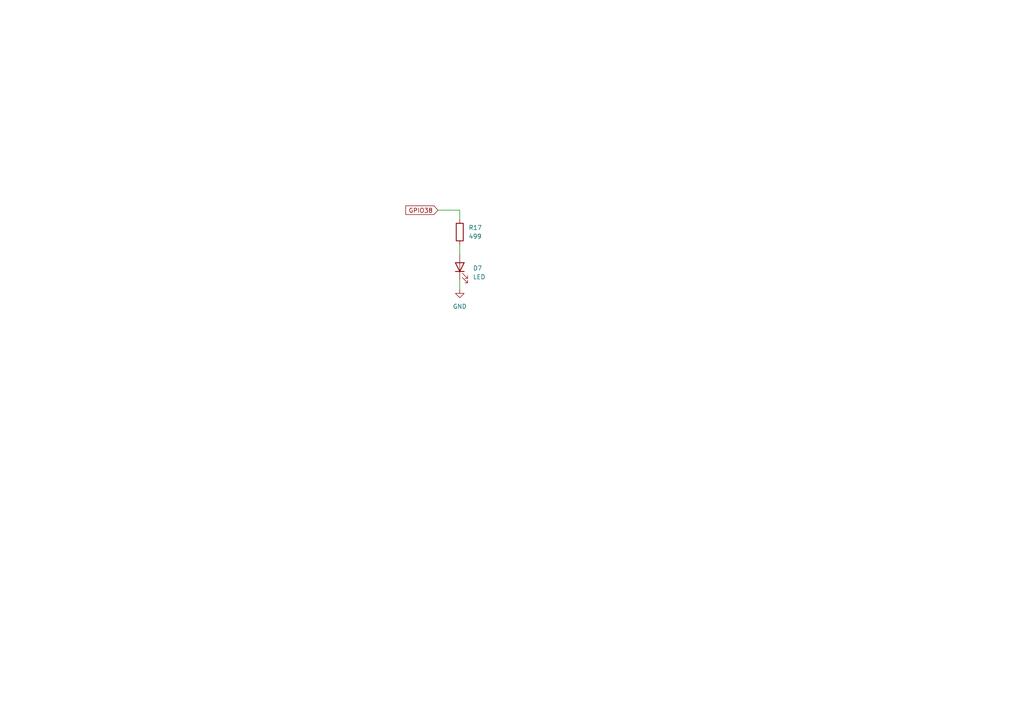
<source format=kicad_sch>
(kicad_sch
	(version 20250114)
	(generator "eeschema")
	(generator_version "9.0")
	(uuid "e7d36620-1e06-4e81-ac50-d2c0177fc930")
	(paper "A4")
	(lib_symbols
		(symbol "Device:LED"
			(pin_numbers
				(hide yes)
			)
			(pin_names
				(offset 1.016)
				(hide yes)
			)
			(exclude_from_sim no)
			(in_bom yes)
			(on_board yes)
			(property "Reference" "D"
				(at 0 2.54 0)
				(effects
					(font
						(size 1.27 1.27)
					)
				)
			)
			(property "Value" "LED"
				(at 0 -2.54 0)
				(effects
					(font
						(size 1.27 1.27)
					)
				)
			)
			(property "Footprint" ""
				(at 0 0 0)
				(effects
					(font
						(size 1.27 1.27)
					)
					(hide yes)
				)
			)
			(property "Datasheet" "~"
				(at 0 0 0)
				(effects
					(font
						(size 1.27 1.27)
					)
					(hide yes)
				)
			)
			(property "Description" "Light emitting diode"
				(at 0 0 0)
				(effects
					(font
						(size 1.27 1.27)
					)
					(hide yes)
				)
			)
			(property "Sim.Pins" "1=K 2=A"
				(at 0 0 0)
				(effects
					(font
						(size 1.27 1.27)
					)
					(hide yes)
				)
			)
			(property "ki_keywords" "LED diode"
				(at 0 0 0)
				(effects
					(font
						(size 1.27 1.27)
					)
					(hide yes)
				)
			)
			(property "ki_fp_filters" "LED* LED_SMD:* LED_THT:*"
				(at 0 0 0)
				(effects
					(font
						(size 1.27 1.27)
					)
					(hide yes)
				)
			)
			(symbol "LED_0_1"
				(polyline
					(pts
						(xy -3.048 -0.762) (xy -4.572 -2.286) (xy -3.81 -2.286) (xy -4.572 -2.286) (xy -4.572 -1.524)
					)
					(stroke
						(width 0)
						(type default)
					)
					(fill
						(type none)
					)
				)
				(polyline
					(pts
						(xy -1.778 -0.762) (xy -3.302 -2.286) (xy -2.54 -2.286) (xy -3.302 -2.286) (xy -3.302 -1.524)
					)
					(stroke
						(width 0)
						(type default)
					)
					(fill
						(type none)
					)
				)
				(polyline
					(pts
						(xy -1.27 0) (xy 1.27 0)
					)
					(stroke
						(width 0)
						(type default)
					)
					(fill
						(type none)
					)
				)
				(polyline
					(pts
						(xy -1.27 -1.27) (xy -1.27 1.27)
					)
					(stroke
						(width 0.254)
						(type default)
					)
					(fill
						(type none)
					)
				)
				(polyline
					(pts
						(xy 1.27 -1.27) (xy 1.27 1.27) (xy -1.27 0) (xy 1.27 -1.27)
					)
					(stroke
						(width 0.254)
						(type default)
					)
					(fill
						(type none)
					)
				)
			)
			(symbol "LED_1_1"
				(pin passive line
					(at -3.81 0 0)
					(length 2.54)
					(name "K"
						(effects
							(font
								(size 1.27 1.27)
							)
						)
					)
					(number "1"
						(effects
							(font
								(size 1.27 1.27)
							)
						)
					)
				)
				(pin passive line
					(at 3.81 0 180)
					(length 2.54)
					(name "A"
						(effects
							(font
								(size 1.27 1.27)
							)
						)
					)
					(number "2"
						(effects
							(font
								(size 1.27 1.27)
							)
						)
					)
				)
			)
			(embedded_fonts no)
		)
		(symbol "Device:R"
			(pin_numbers
				(hide yes)
			)
			(pin_names
				(offset 0)
			)
			(exclude_from_sim no)
			(in_bom yes)
			(on_board yes)
			(property "Reference" "R"
				(at 2.032 0 90)
				(effects
					(font
						(size 1.27 1.27)
					)
				)
			)
			(property "Value" "R"
				(at 0 0 90)
				(effects
					(font
						(size 1.27 1.27)
					)
				)
			)
			(property "Footprint" ""
				(at -1.778 0 90)
				(effects
					(font
						(size 1.27 1.27)
					)
					(hide yes)
				)
			)
			(property "Datasheet" "~"
				(at 0 0 0)
				(effects
					(font
						(size 1.27 1.27)
					)
					(hide yes)
				)
			)
			(property "Description" "Resistor"
				(at 0 0 0)
				(effects
					(font
						(size 1.27 1.27)
					)
					(hide yes)
				)
			)
			(property "ki_keywords" "R res resistor"
				(at 0 0 0)
				(effects
					(font
						(size 1.27 1.27)
					)
					(hide yes)
				)
			)
			(property "ki_fp_filters" "R_*"
				(at 0 0 0)
				(effects
					(font
						(size 1.27 1.27)
					)
					(hide yes)
				)
			)
			(symbol "R_0_1"
				(rectangle
					(start -1.016 -2.54)
					(end 1.016 2.54)
					(stroke
						(width 0.254)
						(type default)
					)
					(fill
						(type none)
					)
				)
			)
			(symbol "R_1_1"
				(pin passive line
					(at 0 3.81 270)
					(length 1.27)
					(name "~"
						(effects
							(font
								(size 1.27 1.27)
							)
						)
					)
					(number "1"
						(effects
							(font
								(size 1.27 1.27)
							)
						)
					)
				)
				(pin passive line
					(at 0 -3.81 90)
					(length 1.27)
					(name "~"
						(effects
							(font
								(size 1.27 1.27)
							)
						)
					)
					(number "2"
						(effects
							(font
								(size 1.27 1.27)
							)
						)
					)
				)
			)
			(embedded_fonts no)
		)
		(symbol "power:GND"
			(power)
			(pin_numbers
				(hide yes)
			)
			(pin_names
				(offset 0)
				(hide yes)
			)
			(exclude_from_sim no)
			(in_bom yes)
			(on_board yes)
			(property "Reference" "#PWR"
				(at 0 -6.35 0)
				(effects
					(font
						(size 1.27 1.27)
					)
					(hide yes)
				)
			)
			(property "Value" "GND"
				(at 0 -3.81 0)
				(effects
					(font
						(size 1.27 1.27)
					)
				)
			)
			(property "Footprint" ""
				(at 0 0 0)
				(effects
					(font
						(size 1.27 1.27)
					)
					(hide yes)
				)
			)
			(property "Datasheet" ""
				(at 0 0 0)
				(effects
					(font
						(size 1.27 1.27)
					)
					(hide yes)
				)
			)
			(property "Description" "Power symbol creates a global label with name \"GND\" , ground"
				(at 0 0 0)
				(effects
					(font
						(size 1.27 1.27)
					)
					(hide yes)
				)
			)
			(property "ki_keywords" "global power"
				(at 0 0 0)
				(effects
					(font
						(size 1.27 1.27)
					)
					(hide yes)
				)
			)
			(symbol "GND_0_1"
				(polyline
					(pts
						(xy 0 0) (xy 0 -1.27) (xy 1.27 -1.27) (xy 0 -2.54) (xy -1.27 -1.27) (xy 0 -1.27)
					)
					(stroke
						(width 0)
						(type default)
					)
					(fill
						(type none)
					)
				)
			)
			(symbol "GND_1_1"
				(pin power_in line
					(at 0 0 270)
					(length 0)
					(name "~"
						(effects
							(font
								(size 1.27 1.27)
							)
						)
					)
					(number "1"
						(effects
							(font
								(size 1.27 1.27)
							)
						)
					)
				)
			)
			(embedded_fonts no)
		)
	)
	(wire
		(pts
			(xy 133.35 60.96) (xy 133.35 63.5)
		)
		(stroke
			(width 0)
			(type default)
		)
		(uuid "75a3cfb5-1f82-4ae0-ade1-55a0206cb851")
	)
	(wire
		(pts
			(xy 133.35 81.28) (xy 133.35 83.82)
		)
		(stroke
			(width 0)
			(type default)
		)
		(uuid "7c255e87-aa41-4868-8b81-fe6b77a9dc6d")
	)
	(wire
		(pts
			(xy 127 60.96) (xy 133.35 60.96)
		)
		(stroke
			(width 0)
			(type default)
		)
		(uuid "8f454f8e-70f6-41ef-8b0d-382506ccbfc7")
	)
	(wire
		(pts
			(xy 133.35 71.12) (xy 133.35 73.66)
		)
		(stroke
			(width 0)
			(type default)
		)
		(uuid "f8579c71-df63-43e9-971d-15cde43c58ba")
	)
	(global_label "GPIO38"
		(shape input)
		(at 127 60.96 180)
		(fields_autoplaced yes)
		(effects
			(font
				(size 1.27 1.27)
			)
			(justify right)
		)
		(uuid "6d9df1d4-2832-4a9a-a822-bd20bb66cf1c")
		(property "Intersheetrefs" "${INTERSHEET_REFS}"
			(at 117.1205 60.96 0)
			(effects
				(font
					(size 1.27 1.27)
				)
				(justify right)
				(hide yes)
			)
		)
	)
	(symbol
		(lib_id "Device:LED")
		(at 133.35 77.47 90)
		(unit 1)
		(exclude_from_sim no)
		(in_bom yes)
		(on_board yes)
		(dnp no)
		(fields_autoplaced yes)
		(uuid "422c2bdb-4fd0-4c96-82a5-8c354d0ca16c")
		(property "Reference" "D7"
			(at 137.16 77.7874 90)
			(effects
				(font
					(size 1.27 1.27)
				)
				(justify right)
			)
		)
		(property "Value" "LED"
			(at 137.16 80.3274 90)
			(effects
				(font
					(size 1.27 1.27)
				)
				(justify right)
			)
		)
		(property "Footprint" "LED_SMD:LED_0603_1608Metric"
			(at 133.35 77.47 0)
			(effects
				(font
					(size 1.27 1.27)
				)
				(hide yes)
			)
		)
		(property "Datasheet" "~"
			(at 133.35 77.47 0)
			(effects
				(font
					(size 1.27 1.27)
				)
				(hide yes)
			)
		)
		(property "Description" "Light emitting diode"
			(at 133.35 77.47 0)
			(effects
				(font
					(size 1.27 1.27)
				)
				(hide yes)
			)
		)
		(property "Sim.Pins" "1=K 2=A"
			(at 133.35 77.47 0)
			(effects
				(font
					(size 1.27 1.27)
				)
				(hide yes)
			)
		)
		(property "PN" "150060RS75000 "
			(at 133.35 77.47 90)
			(effects
				(font
					(size 1.27 1.27)
				)
				(hide yes)
			)
		)
		(property "MPN" "KT-0603R"
			(at 133.35 77.47 90)
			(effects
				(font
					(size 1.27 1.27)
				)
				(hide yes)
			)
		)
		(pin "1"
			(uuid "b3c3d02b-510d-443c-8b9e-d574ec933cde")
		)
		(pin "2"
			(uuid "112a9ea6-4a32-43b5-a8f4-5d3f5fdd4c78")
		)
		(instances
			(project "ESP32-S3_Bare_Chip"
				(path "/7ca11540-523a-494e-81ce-32dcfd04380d/91a5680d-88ff-4b27-9514-39496638cbc7"
					(reference "D7")
					(unit 1)
				)
			)
		)
	)
	(symbol
		(lib_id "Device:R")
		(at 133.35 67.31 180)
		(unit 1)
		(exclude_from_sim no)
		(in_bom yes)
		(on_board yes)
		(dnp no)
		(fields_autoplaced yes)
		(uuid "4c0f5389-9574-4ac6-b6f9-881f3083cce4")
		(property "Reference" "R17"
			(at 135.89 66.0399 0)
			(effects
				(font
					(size 1.27 1.27)
				)
				(justify right)
			)
		)
		(property "Value" "499"
			(at 135.89 68.5799 0)
			(effects
				(font
					(size 1.27 1.27)
				)
				(justify right)
			)
		)
		(property "Footprint" "Resistor_SMD:R_0603_1608Metric"
			(at 135.128 67.31 90)
			(effects
				(font
					(size 1.27 1.27)
				)
				(hide yes)
			)
		)
		(property "Datasheet" "~"
			(at 133.35 67.31 0)
			(effects
				(font
					(size 1.27 1.27)
				)
				(hide yes)
			)
		)
		(property "Description" "Resistor"
			(at 133.35 67.31 0)
			(effects
				(font
					(size 1.27 1.27)
				)
				(hide yes)
			)
		)
		(property "MPN" "0603WAF4700T5E"
			(at 133.35 67.31 90)
			(effects
				(font
					(size 1.27 1.27)
				)
				(hide yes)
			)
		)
		(pin "2"
			(uuid "5ff1f98f-0e9e-4de1-9c15-434c3f354418")
		)
		(pin "1"
			(uuid "2d388ce7-2d55-4d8f-afdd-c371ada8852c")
		)
		(instances
			(project "ESP32-S3_Bare_Chip"
				(path "/7ca11540-523a-494e-81ce-32dcfd04380d/91a5680d-88ff-4b27-9514-39496638cbc7"
					(reference "R17")
					(unit 1)
				)
			)
		)
	)
	(symbol
		(lib_id "power:GND")
		(at 133.35 83.82 0)
		(unit 1)
		(exclude_from_sim no)
		(in_bom yes)
		(on_board yes)
		(dnp no)
		(fields_autoplaced yes)
		(uuid "a11ad628-b6d2-4654-8fbe-1bf594220cf3")
		(property "Reference" "#PWR06"
			(at 133.35 90.17 0)
			(effects
				(font
					(size 1.27 1.27)
				)
				(hide yes)
			)
		)
		(property "Value" "GND"
			(at 133.35 88.9 0)
			(effects
				(font
					(size 1.27 1.27)
				)
			)
		)
		(property "Footprint" ""
			(at 133.35 83.82 0)
			(effects
				(font
					(size 1.27 1.27)
				)
				(hide yes)
			)
		)
		(property "Datasheet" ""
			(at 133.35 83.82 0)
			(effects
				(font
					(size 1.27 1.27)
				)
				(hide yes)
			)
		)
		(property "Description" "Power symbol creates a global label with name \"GND\" , ground"
			(at 133.35 83.82 0)
			(effects
				(font
					(size 1.27 1.27)
				)
				(hide yes)
			)
		)
		(pin "1"
			(uuid "9fe02810-65cb-4a96-9082-db62f020ce4e")
		)
		(instances
			(project ""
				(path "/7ca11540-523a-494e-81ce-32dcfd04380d/91a5680d-88ff-4b27-9514-39496638cbc7"
					(reference "#PWR06")
					(unit 1)
				)
			)
		)
	)
)

</source>
